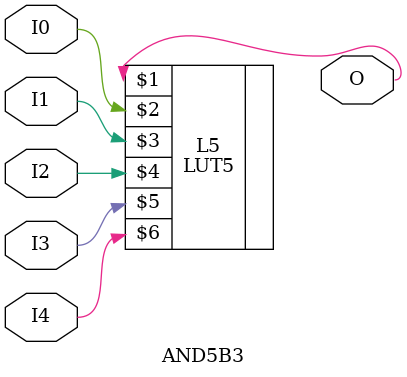
<source format=v>


`timescale  1 ps / 1 ps


module AND5B3 (O, I0, I1, I2, I3, I4);

    output O;

    input  I0, I1, I2, I3, I4;

    LUT5 #(.INIT(32'h01000000)) L5 (O, I0, I1, I2, I3, I4);

endmodule

</source>
